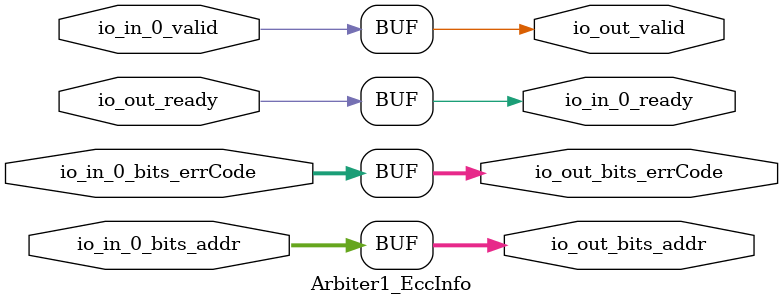
<source format=sv>
`ifndef RANDOMIZE
  `ifdef RANDOMIZE_MEM_INIT
    `define RANDOMIZE
  `endif // RANDOMIZE_MEM_INIT
`endif // not def RANDOMIZE
`ifndef RANDOMIZE
  `ifdef RANDOMIZE_REG_INIT
    `define RANDOMIZE
  `endif // RANDOMIZE_REG_INIT
`endif // not def RANDOMIZE

`ifndef RANDOM
  `define RANDOM $random
`endif // not def RANDOM

// Users can define INIT_RANDOM as general code that gets injected into the
// initializer block for modules with registers.
`ifndef INIT_RANDOM
  `define INIT_RANDOM
`endif // not def INIT_RANDOM

// If using random initialization, you can also define RANDOMIZE_DELAY to
// customize the delay used, otherwise 0.002 is used.
`ifndef RANDOMIZE_DELAY
  `define RANDOMIZE_DELAY 0.002
`endif // not def RANDOMIZE_DELAY

// Define INIT_RANDOM_PROLOG_ for use in our modules below.
`ifndef INIT_RANDOM_PROLOG_
  `ifdef RANDOMIZE
    `ifdef VERILATOR
      `define INIT_RANDOM_PROLOG_ `INIT_RANDOM
    `else  // VERILATOR
      `define INIT_RANDOM_PROLOG_ `INIT_RANDOM #`RANDOMIZE_DELAY begin end
    `endif // VERILATOR
  `else  // RANDOMIZE
    `define INIT_RANDOM_PROLOG_
  `endif // RANDOMIZE
`endif // not def INIT_RANDOM_PROLOG_

// Include register initializers in init blocks unless synthesis is set
`ifndef SYNTHESIS
  `ifndef ENABLE_INITIAL_REG_
    `define ENABLE_INITIAL_REG_
  `endif // not def ENABLE_INITIAL_REG_
`endif // not def SYNTHESIS

// Include rmemory initializers in init blocks unless synthesis is set
`ifndef SYNTHESIS
  `ifndef ENABLE_INITIAL_MEM_
    `define ENABLE_INITIAL_MEM_
  `endif // not def ENABLE_INITIAL_MEM_
`endif // not def SYNTHESIS

module Arbiter1_EccInfo(
  output        io_in_0_ready,
  input         io_in_0_valid,
  input  [7:0]  io_in_0_bits_errCode,
  input  [63:0] io_in_0_bits_addr,
  input         io_out_ready,
  output        io_out_valid,
  output [7:0]  io_out_bits_errCode,
  output [63:0] io_out_bits_addr
);

  assign io_in_0_ready = io_out_ready;
  assign io_out_valid = io_in_0_valid;
  assign io_out_bits_errCode = io_in_0_bits_errCode;
  assign io_out_bits_addr = io_in_0_bits_addr;
endmodule


</source>
